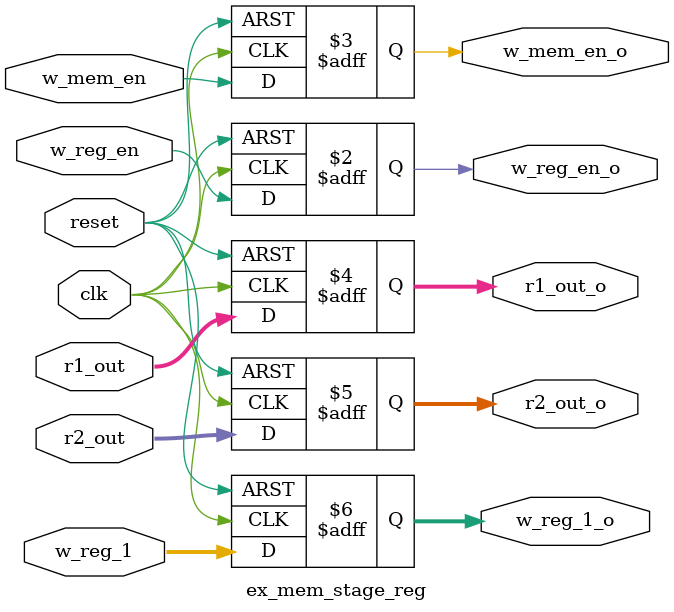
<source format=v>
`timescale 1ns / 1ps
module ex_mem_stage_reg #(
	parameter DATA_WIDTH = 64,
	parameter REG_ADDR_WIDTH = 3
)(
	input wire clk,
	input wire reset,
	input wire w_reg_en,
	input wire w_mem_en,
	input wire [DATA_WIDTH - 1:0] r1_out,
	input wire [DATA_WIDTH - 1:0] r2_out,
	input wire [REG_ADDR_WIDTH - 1:0] w_reg_1,
	
	output reg w_reg_en_o,
	output reg w_mem_en_o,
	output reg [DATA_WIDTH - 1:0] r1_out_o,
	output reg [DATA_WIDTH - 1:0] r2_out_o,
	output reg [REG_ADDR_WIDTH - 1:0] w_reg_1_o
);

	always @(posedge clk or posedge reset)
		if (reset) begin
			w_reg_en_o <= 0;
			w_mem_en_o <= 0;
			r1_out_o <= 0;
			r2_out_o <= 0;
			w_reg_1_o <= 0;
		end else begin
			w_reg_en_o <= w_reg_en;
			w_mem_en_o <= w_mem_en;
			r1_out_o <= r1_out;
			r2_out_o <= r2_out;
			w_reg_1_o <= w_reg_1;
		end


endmodule

</source>
